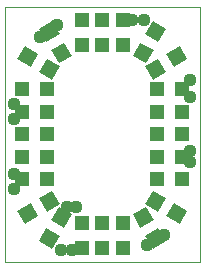
<source format=gts>
G75*
%MOIN*%
%OFA0B0*%
%FSLAX24Y24*%
%IPPOS*%
%LPD*%
%AMOC8*
5,1,8,0,0,1.08239X$1,22.5*
%
%ADD10C,0.0000*%
%ADD11R,0.0512X0.0512*%
%ADD12R,0.0512X0.0512*%
%ADD13C,0.0437*%
D10*
X002392Y002517D02*
X002392Y011017D01*
X008892Y011017D01*
X008892Y002517D01*
X002392Y002517D01*
D11*
X004954Y002978D03*
X005642Y002978D03*
X006329Y002978D03*
X006329Y003805D03*
X005642Y003805D03*
X004954Y003805D03*
X003805Y005267D03*
X003805Y006017D03*
X003805Y006767D03*
X003805Y007517D03*
X003805Y008267D03*
X002978Y008267D03*
X002978Y007517D03*
X002978Y006767D03*
X002978Y006017D03*
X002978Y005267D03*
X004954Y009728D03*
X005642Y009728D03*
X006329Y009728D03*
X006329Y010555D03*
X005642Y010555D03*
X004954Y010555D03*
X007478Y008267D03*
X007478Y007517D03*
X007478Y006767D03*
X007478Y006017D03*
X007478Y005267D03*
X008305Y005267D03*
X008305Y006017D03*
X008305Y006767D03*
X008305Y007517D03*
X008305Y008267D03*
D12*
G36*
X007316Y008586D02*
X007060Y009028D01*
X007502Y009284D01*
X007758Y008842D01*
X007316Y008586D01*
G37*
G36*
X007090Y009122D02*
X006648Y009378D01*
X006904Y009820D01*
X007346Y009564D01*
X007090Y009122D01*
G37*
G36*
X008032Y008999D02*
X007776Y009441D01*
X008218Y009697D01*
X008474Y009255D01*
X008032Y008999D01*
G37*
G36*
X007504Y009838D02*
X007062Y010094D01*
X007318Y010536D01*
X007760Y010280D01*
X007504Y009838D01*
G37*
G36*
X004635Y009378D02*
X004193Y009122D01*
X003937Y009564D01*
X004379Y009820D01*
X004635Y009378D01*
G37*
G36*
X004224Y009028D02*
X003968Y008586D01*
X003526Y008842D01*
X003782Y009284D01*
X004224Y009028D01*
G37*
G36*
X003508Y009441D02*
X003252Y008999D01*
X002810Y009255D01*
X003066Y009697D01*
X003508Y009441D01*
G37*
G36*
X004221Y010094D02*
X003779Y009838D01*
X003523Y010280D01*
X003965Y010536D01*
X004221Y010094D01*
G37*
G36*
X003968Y004885D02*
X004224Y004443D01*
X003782Y004187D01*
X003526Y004629D01*
X003968Y004885D01*
G37*
G36*
X003252Y004471D02*
X003508Y004029D01*
X003066Y003773D01*
X002810Y004215D01*
X003252Y004471D01*
G37*
G36*
X004193Y004349D02*
X004635Y004093D01*
X004379Y003651D01*
X003937Y003907D01*
X004193Y004349D01*
G37*
G36*
X003779Y003633D02*
X004221Y003377D01*
X003965Y002935D01*
X003523Y003191D01*
X003779Y003633D01*
G37*
G36*
X006648Y004093D02*
X007090Y004349D01*
X007346Y003907D01*
X006904Y003651D01*
X006648Y004093D01*
G37*
G36*
X007060Y004443D02*
X007316Y004885D01*
X007758Y004629D01*
X007502Y004187D01*
X007060Y004443D01*
G37*
G36*
X007776Y004029D02*
X008032Y004471D01*
X008474Y004215D01*
X008218Y003773D01*
X007776Y004029D01*
G37*
G36*
X007062Y003377D02*
X007504Y003633D01*
X007760Y003191D01*
X007318Y002935D01*
X007062Y003377D01*
G37*
D13*
X007142Y003079D03*
X007704Y003392D03*
X008579Y005829D03*
X008579Y006204D03*
X008579Y008017D03*
X008579Y008579D03*
X007017Y010579D03*
X006642Y010579D03*
X004142Y010392D03*
X003579Y010017D03*
X002704Y007767D03*
X002704Y007267D03*
X002704Y005454D03*
X002704Y004954D03*
X004454Y004329D03*
X004767Y004329D03*
X004642Y002892D03*
X004267Y002892D03*
M02*

</source>
